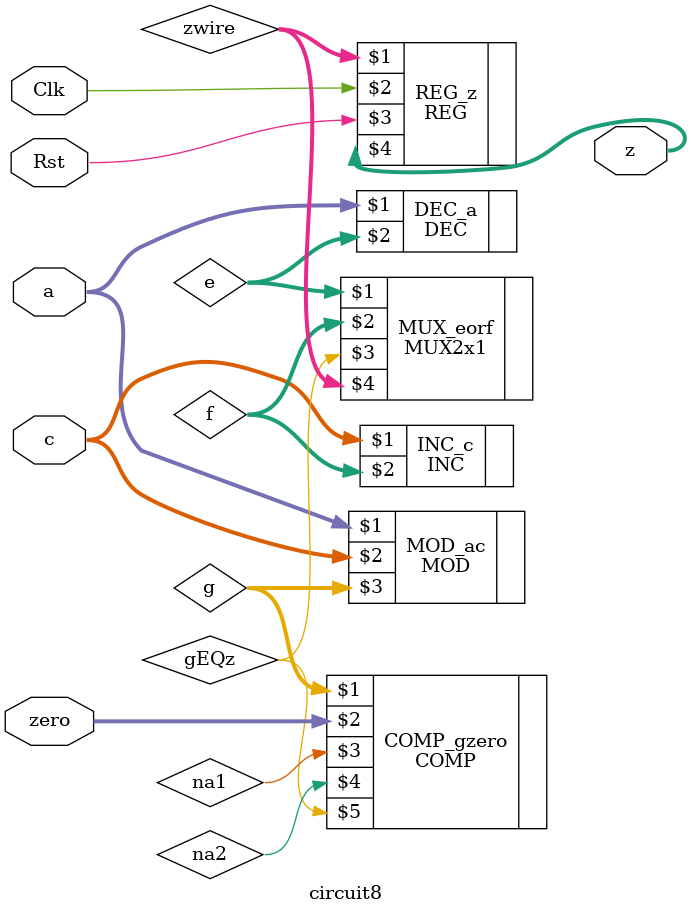
<source format=v>
`timescale 1ns / 1ps


module circuit8(a, c, z, zero, Clk, Rst);
	input [63:0] a, c, zero;
	input Clk, Rst;
  	output [63:0] z;
   	
   	wire [63:0] e, f, g, zwire;
   	wire gEQz;
   	
   	wire na1, na2;
  	
  	//SUB #(64) SUB_a1(a, 1, e);
  	//ADD #(64) ADD_c1(c, 1, f);
  	DEC #(64) DEC_a(a, e);
  	INC #(64) INC_c(c, f);
  	MOD #(64) MOD_ac(a, c, g);
  	COMP #(64) COMP_gzero(g, zero, na1, na2, gEQz);
  	MUX2x1 #(64) MUX_eorf(e, f, gEQz, zwire);
  	REG #(64) REG_z(zwire, Clk, Rst, z);
  	
endmodule
</source>
